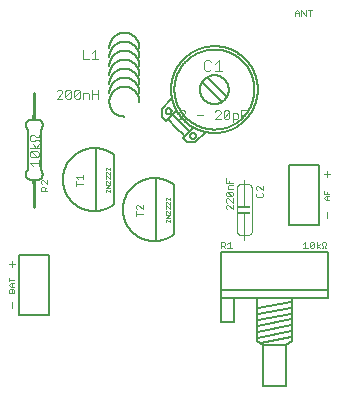
<source format=gto>
G75*
%MOIN*%
%OFA0B0*%
%FSLAX25Y25*%
%IPPOS*%
%LPD*%
%AMOC8*
5,1,8,0,0,1.08239X$1,22.5*
%
%ADD10C,0.00500*%
%ADD11C,0.00200*%
%ADD12C,0.00300*%
%ADD13C,0.00400*%
%ADD14C,0.00100*%
%ADD15R,0.04000X0.01000*%
%ADD16C,0.00800*%
%ADD17R,0.01250X0.01500*%
%ADD18C,0.00875*%
D10*
X0016000Y0026000D02*
X0026000Y0026000D01*
X0026000Y0046000D01*
X0016000Y0046000D01*
X0016000Y0026000D01*
X0041500Y0060512D02*
X0041500Y0081488D01*
X0047500Y0079248D02*
X0047500Y0062752D01*
X0047311Y0062606D01*
X0047118Y0062465D01*
X0046923Y0062328D01*
X0046724Y0062195D01*
X0046522Y0062067D01*
X0046317Y0061944D01*
X0046110Y0061825D01*
X0045900Y0061711D01*
X0045687Y0061602D01*
X0045472Y0061498D01*
X0041500Y0060512D02*
X0041244Y0060503D01*
X0040988Y0060500D01*
X0040732Y0060503D01*
X0040476Y0060513D01*
X0040221Y0060529D01*
X0039966Y0060551D01*
X0039711Y0060579D01*
X0039458Y0060614D01*
X0039205Y0060655D01*
X0038953Y0060701D01*
X0038703Y0060754D01*
X0038454Y0060813D01*
X0038206Y0060879D01*
X0037960Y0060950D01*
X0037716Y0061027D01*
X0037474Y0061110D01*
X0037234Y0061199D01*
X0036996Y0061293D01*
X0036761Y0061394D01*
X0036528Y0061500D01*
X0041500Y0060512D02*
X0041757Y0060527D01*
X0042014Y0060549D01*
X0042270Y0060577D01*
X0042525Y0060611D01*
X0042779Y0060652D01*
X0043032Y0060699D01*
X0043284Y0060752D01*
X0043535Y0060811D01*
X0043784Y0060876D01*
X0044031Y0060947D01*
X0044277Y0061024D01*
X0044521Y0061108D01*
X0044762Y0061197D01*
X0045001Y0061292D01*
X0045238Y0061393D01*
X0045472Y0061500D01*
X0041500Y0081488D02*
X0041244Y0081497D01*
X0040988Y0081500D01*
X0040732Y0081497D01*
X0040476Y0081487D01*
X0040221Y0081471D01*
X0039966Y0081449D01*
X0039711Y0081421D01*
X0039458Y0081386D01*
X0039205Y0081345D01*
X0038953Y0081299D01*
X0038703Y0081246D01*
X0038454Y0081187D01*
X0038206Y0081121D01*
X0037960Y0081050D01*
X0037716Y0080973D01*
X0037474Y0080890D01*
X0037234Y0080801D01*
X0036996Y0080707D01*
X0036761Y0080606D01*
X0036528Y0080500D01*
X0045378Y0080546D02*
X0045603Y0080439D01*
X0045826Y0080327D01*
X0046046Y0080210D01*
X0046263Y0080088D01*
X0046478Y0079960D01*
X0046689Y0079827D01*
X0046897Y0079690D01*
X0047101Y0079547D01*
X0047303Y0079400D01*
X0047500Y0079248D01*
X0036528Y0080500D02*
X0036298Y0080388D01*
X0036071Y0080271D01*
X0035847Y0080149D01*
X0035626Y0080021D01*
X0035409Y0079887D01*
X0035194Y0079749D01*
X0034983Y0079605D01*
X0034776Y0079456D01*
X0034572Y0079302D01*
X0034372Y0079144D01*
X0034176Y0078980D01*
X0033984Y0078812D01*
X0033796Y0078639D01*
X0033612Y0078461D01*
X0033433Y0078280D01*
X0033258Y0078093D01*
X0033088Y0077903D01*
X0032923Y0077709D01*
X0032762Y0077510D01*
X0032606Y0077308D01*
X0032455Y0077102D01*
X0032309Y0076892D01*
X0032169Y0076679D01*
X0032033Y0076463D01*
X0031903Y0076243D01*
X0031778Y0076020D01*
X0031659Y0075795D01*
X0031545Y0075566D01*
X0031437Y0075335D01*
X0031334Y0075101D01*
X0031237Y0074865D01*
X0031146Y0074626D01*
X0031061Y0074386D01*
X0030981Y0074143D01*
X0030908Y0073898D01*
X0030840Y0073652D01*
X0030779Y0073404D01*
X0030724Y0073155D01*
X0030674Y0072905D01*
X0030631Y0072653D01*
X0030594Y0072400D01*
X0030563Y0072147D01*
X0030538Y0071893D01*
X0030519Y0071638D01*
X0030507Y0071383D01*
X0030501Y0071128D01*
X0030501Y0070872D01*
X0030507Y0070617D01*
X0030519Y0070362D01*
X0030538Y0070107D01*
X0030563Y0069853D01*
X0030594Y0069600D01*
X0030631Y0069347D01*
X0030674Y0069095D01*
X0030724Y0068845D01*
X0030779Y0068596D01*
X0030840Y0068348D01*
X0030908Y0068102D01*
X0030981Y0067857D01*
X0031061Y0067614D01*
X0031146Y0067374D01*
X0031237Y0067135D01*
X0031334Y0066899D01*
X0031437Y0066665D01*
X0031545Y0066434D01*
X0031659Y0066205D01*
X0031778Y0065980D01*
X0031903Y0065757D01*
X0032033Y0065537D01*
X0032169Y0065321D01*
X0032309Y0065108D01*
X0032455Y0064898D01*
X0032606Y0064692D01*
X0032762Y0064490D01*
X0032923Y0064291D01*
X0033088Y0064097D01*
X0033258Y0063907D01*
X0033433Y0063720D01*
X0033612Y0063539D01*
X0033796Y0063361D01*
X0033984Y0063188D01*
X0034176Y0063020D01*
X0034372Y0062856D01*
X0034572Y0062698D01*
X0034776Y0062544D01*
X0034983Y0062395D01*
X0035194Y0062251D01*
X0035409Y0062113D01*
X0035626Y0061979D01*
X0035847Y0061851D01*
X0036071Y0061729D01*
X0036298Y0061612D01*
X0036528Y0061500D01*
X0041500Y0081488D02*
X0041757Y0081473D01*
X0042014Y0081451D01*
X0042270Y0081423D01*
X0042525Y0081389D01*
X0042779Y0081348D01*
X0043032Y0081301D01*
X0043284Y0081248D01*
X0043535Y0081189D01*
X0043784Y0081124D01*
X0044031Y0081053D01*
X0044277Y0080976D01*
X0044521Y0080892D01*
X0044762Y0080803D01*
X0045001Y0080708D01*
X0045238Y0080607D01*
X0045472Y0080500D01*
X0051000Y0092000D02*
X0050860Y0092002D01*
X0050720Y0092008D01*
X0050580Y0092018D01*
X0050440Y0092031D01*
X0050301Y0092049D01*
X0050162Y0092071D01*
X0050025Y0092096D01*
X0049887Y0092125D01*
X0049751Y0092158D01*
X0049616Y0092195D01*
X0049482Y0092236D01*
X0049349Y0092281D01*
X0049217Y0092329D01*
X0049087Y0092381D01*
X0048958Y0092436D01*
X0048831Y0092495D01*
X0048705Y0092558D01*
X0048581Y0092624D01*
X0048460Y0092693D01*
X0048340Y0092766D01*
X0048222Y0092843D01*
X0048107Y0092922D01*
X0047993Y0093005D01*
X0047883Y0093091D01*
X0047774Y0093180D01*
X0047668Y0093272D01*
X0047565Y0093367D01*
X0047464Y0093464D01*
X0047367Y0093565D01*
X0047272Y0093668D01*
X0047180Y0093774D01*
X0047091Y0093883D01*
X0047005Y0093993D01*
X0046922Y0094107D01*
X0046843Y0094222D01*
X0046766Y0094340D01*
X0046693Y0094460D01*
X0046624Y0094581D01*
X0046558Y0094705D01*
X0046495Y0094831D01*
X0046436Y0094958D01*
X0046381Y0095087D01*
X0046329Y0095217D01*
X0046281Y0095349D01*
X0046236Y0095482D01*
X0046195Y0095616D01*
X0046158Y0095751D01*
X0046125Y0095887D01*
X0046096Y0096025D01*
X0046071Y0096162D01*
X0046049Y0096301D01*
X0046031Y0096440D01*
X0046018Y0096580D01*
X0046008Y0096720D01*
X0046002Y0096860D01*
X0046000Y0097000D01*
X0046002Y0097140D01*
X0046008Y0097280D01*
X0046018Y0097420D01*
X0046031Y0097560D01*
X0046049Y0097699D01*
X0046071Y0097838D01*
X0046096Y0097975D01*
X0046125Y0098113D01*
X0046158Y0098249D01*
X0046195Y0098384D01*
X0046236Y0098518D01*
X0046281Y0098651D01*
X0046329Y0098783D01*
X0046381Y0098913D01*
X0046436Y0099042D01*
X0046495Y0099169D01*
X0046558Y0099295D01*
X0046624Y0099419D01*
X0046693Y0099540D01*
X0046766Y0099660D01*
X0046843Y0099778D01*
X0046922Y0099893D01*
X0047005Y0100007D01*
X0047091Y0100117D01*
X0047180Y0100226D01*
X0047272Y0100332D01*
X0047367Y0100435D01*
X0047464Y0100536D01*
X0047565Y0100633D01*
X0047668Y0100728D01*
X0047774Y0100820D01*
X0047883Y0100909D01*
X0047993Y0100995D01*
X0048107Y0101078D01*
X0048222Y0101157D01*
X0048340Y0101234D01*
X0048460Y0101307D01*
X0048581Y0101376D01*
X0048705Y0101442D01*
X0048831Y0101505D01*
X0048958Y0101564D01*
X0049087Y0101619D01*
X0049217Y0101671D01*
X0049349Y0101719D01*
X0049482Y0101764D01*
X0049616Y0101805D01*
X0049751Y0101842D01*
X0049887Y0101875D01*
X0050025Y0101904D01*
X0050162Y0101929D01*
X0050301Y0101951D01*
X0050440Y0101969D01*
X0050580Y0101982D01*
X0050720Y0101992D01*
X0050860Y0101998D01*
X0051000Y0102000D01*
X0046000Y0103000D02*
X0046002Y0103140D01*
X0046008Y0103280D01*
X0046018Y0103420D01*
X0046031Y0103560D01*
X0046049Y0103699D01*
X0046071Y0103838D01*
X0046096Y0103975D01*
X0046125Y0104113D01*
X0046158Y0104249D01*
X0046195Y0104384D01*
X0046236Y0104518D01*
X0046281Y0104651D01*
X0046329Y0104783D01*
X0046381Y0104913D01*
X0046436Y0105042D01*
X0046495Y0105169D01*
X0046558Y0105295D01*
X0046624Y0105419D01*
X0046693Y0105540D01*
X0046766Y0105660D01*
X0046843Y0105778D01*
X0046922Y0105893D01*
X0047005Y0106007D01*
X0047091Y0106117D01*
X0047180Y0106226D01*
X0047272Y0106332D01*
X0047367Y0106435D01*
X0047464Y0106536D01*
X0047565Y0106633D01*
X0047668Y0106728D01*
X0047774Y0106820D01*
X0047883Y0106909D01*
X0047993Y0106995D01*
X0048107Y0107078D01*
X0048222Y0107157D01*
X0048340Y0107234D01*
X0048460Y0107307D01*
X0048581Y0107376D01*
X0048705Y0107442D01*
X0048831Y0107505D01*
X0048958Y0107564D01*
X0049087Y0107619D01*
X0049217Y0107671D01*
X0049349Y0107719D01*
X0049482Y0107764D01*
X0049616Y0107805D01*
X0049751Y0107842D01*
X0049887Y0107875D01*
X0050025Y0107904D01*
X0050162Y0107929D01*
X0050301Y0107951D01*
X0050440Y0107969D01*
X0050580Y0107982D01*
X0050720Y0107992D01*
X0050860Y0107998D01*
X0051000Y0108000D01*
X0046000Y0109000D02*
X0046002Y0109140D01*
X0046008Y0109280D01*
X0046018Y0109420D01*
X0046031Y0109560D01*
X0046049Y0109699D01*
X0046071Y0109838D01*
X0046096Y0109975D01*
X0046125Y0110113D01*
X0046158Y0110249D01*
X0046195Y0110384D01*
X0046236Y0110518D01*
X0046281Y0110651D01*
X0046329Y0110783D01*
X0046381Y0110913D01*
X0046436Y0111042D01*
X0046495Y0111169D01*
X0046558Y0111295D01*
X0046624Y0111419D01*
X0046693Y0111540D01*
X0046766Y0111660D01*
X0046843Y0111778D01*
X0046922Y0111893D01*
X0047005Y0112007D01*
X0047091Y0112117D01*
X0047180Y0112226D01*
X0047272Y0112332D01*
X0047367Y0112435D01*
X0047464Y0112536D01*
X0047565Y0112633D01*
X0047668Y0112728D01*
X0047774Y0112820D01*
X0047883Y0112909D01*
X0047993Y0112995D01*
X0048107Y0113078D01*
X0048222Y0113157D01*
X0048340Y0113234D01*
X0048460Y0113307D01*
X0048581Y0113376D01*
X0048705Y0113442D01*
X0048831Y0113505D01*
X0048958Y0113564D01*
X0049087Y0113619D01*
X0049217Y0113671D01*
X0049349Y0113719D01*
X0049482Y0113764D01*
X0049616Y0113805D01*
X0049751Y0113842D01*
X0049887Y0113875D01*
X0050025Y0113904D01*
X0050162Y0113929D01*
X0050301Y0113951D01*
X0050440Y0113969D01*
X0050580Y0113982D01*
X0050720Y0113992D01*
X0050860Y0113998D01*
X0051000Y0114000D01*
X0046000Y0115000D02*
X0046002Y0115140D01*
X0046008Y0115280D01*
X0046018Y0115420D01*
X0046031Y0115560D01*
X0046049Y0115699D01*
X0046071Y0115838D01*
X0046096Y0115975D01*
X0046125Y0116113D01*
X0046158Y0116249D01*
X0046195Y0116384D01*
X0046236Y0116518D01*
X0046281Y0116651D01*
X0046329Y0116783D01*
X0046381Y0116913D01*
X0046436Y0117042D01*
X0046495Y0117169D01*
X0046558Y0117295D01*
X0046624Y0117419D01*
X0046693Y0117540D01*
X0046766Y0117660D01*
X0046843Y0117778D01*
X0046922Y0117893D01*
X0047005Y0118007D01*
X0047091Y0118117D01*
X0047180Y0118226D01*
X0047272Y0118332D01*
X0047367Y0118435D01*
X0047464Y0118536D01*
X0047565Y0118633D01*
X0047668Y0118728D01*
X0047774Y0118820D01*
X0047883Y0118909D01*
X0047993Y0118995D01*
X0048107Y0119078D01*
X0048222Y0119157D01*
X0048340Y0119234D01*
X0048460Y0119307D01*
X0048581Y0119376D01*
X0048705Y0119442D01*
X0048831Y0119505D01*
X0048958Y0119564D01*
X0049087Y0119619D01*
X0049217Y0119671D01*
X0049349Y0119719D01*
X0049482Y0119764D01*
X0049616Y0119805D01*
X0049751Y0119842D01*
X0049887Y0119875D01*
X0050025Y0119904D01*
X0050162Y0119929D01*
X0050301Y0119951D01*
X0050440Y0119969D01*
X0050580Y0119982D01*
X0050720Y0119992D01*
X0050860Y0119998D01*
X0051000Y0120000D01*
X0051140Y0119998D01*
X0051280Y0119992D01*
X0051420Y0119982D01*
X0051560Y0119969D01*
X0051699Y0119951D01*
X0051838Y0119929D01*
X0051975Y0119904D01*
X0052113Y0119875D01*
X0052249Y0119842D01*
X0052384Y0119805D01*
X0052518Y0119764D01*
X0052651Y0119719D01*
X0052783Y0119671D01*
X0052913Y0119619D01*
X0053042Y0119564D01*
X0053169Y0119505D01*
X0053295Y0119442D01*
X0053419Y0119376D01*
X0053540Y0119307D01*
X0053660Y0119234D01*
X0053778Y0119157D01*
X0053893Y0119078D01*
X0054007Y0118995D01*
X0054117Y0118909D01*
X0054226Y0118820D01*
X0054332Y0118728D01*
X0054435Y0118633D01*
X0054536Y0118536D01*
X0054633Y0118435D01*
X0054728Y0118332D01*
X0054820Y0118226D01*
X0054909Y0118117D01*
X0054995Y0118007D01*
X0055078Y0117893D01*
X0055157Y0117778D01*
X0055234Y0117660D01*
X0055307Y0117540D01*
X0055376Y0117419D01*
X0055442Y0117295D01*
X0055505Y0117169D01*
X0055564Y0117042D01*
X0055619Y0116913D01*
X0055671Y0116783D01*
X0055719Y0116651D01*
X0055764Y0116518D01*
X0055805Y0116384D01*
X0055842Y0116249D01*
X0055875Y0116113D01*
X0055904Y0115975D01*
X0055929Y0115838D01*
X0055951Y0115699D01*
X0055969Y0115560D01*
X0055982Y0115420D01*
X0055992Y0115280D01*
X0055998Y0115140D01*
X0056000Y0115000D01*
X0051000Y0117000D02*
X0050860Y0116998D01*
X0050720Y0116992D01*
X0050580Y0116982D01*
X0050440Y0116969D01*
X0050301Y0116951D01*
X0050162Y0116929D01*
X0050025Y0116904D01*
X0049887Y0116875D01*
X0049751Y0116842D01*
X0049616Y0116805D01*
X0049482Y0116764D01*
X0049349Y0116719D01*
X0049217Y0116671D01*
X0049087Y0116619D01*
X0048958Y0116564D01*
X0048831Y0116505D01*
X0048705Y0116442D01*
X0048581Y0116376D01*
X0048460Y0116307D01*
X0048340Y0116234D01*
X0048222Y0116157D01*
X0048107Y0116078D01*
X0047993Y0115995D01*
X0047883Y0115909D01*
X0047774Y0115820D01*
X0047668Y0115728D01*
X0047565Y0115633D01*
X0047464Y0115536D01*
X0047367Y0115435D01*
X0047272Y0115332D01*
X0047180Y0115226D01*
X0047091Y0115117D01*
X0047005Y0115007D01*
X0046922Y0114893D01*
X0046843Y0114778D01*
X0046766Y0114660D01*
X0046693Y0114540D01*
X0046624Y0114419D01*
X0046558Y0114295D01*
X0046495Y0114169D01*
X0046436Y0114042D01*
X0046381Y0113913D01*
X0046329Y0113783D01*
X0046281Y0113651D01*
X0046236Y0113518D01*
X0046195Y0113384D01*
X0046158Y0113249D01*
X0046125Y0113113D01*
X0046096Y0112975D01*
X0046071Y0112838D01*
X0046049Y0112699D01*
X0046031Y0112560D01*
X0046018Y0112420D01*
X0046008Y0112280D01*
X0046002Y0112140D01*
X0046000Y0112000D01*
X0051000Y0117000D02*
X0051140Y0116998D01*
X0051280Y0116992D01*
X0051420Y0116982D01*
X0051560Y0116969D01*
X0051699Y0116951D01*
X0051838Y0116929D01*
X0051975Y0116904D01*
X0052113Y0116875D01*
X0052249Y0116842D01*
X0052384Y0116805D01*
X0052518Y0116764D01*
X0052651Y0116719D01*
X0052783Y0116671D01*
X0052913Y0116619D01*
X0053042Y0116564D01*
X0053169Y0116505D01*
X0053295Y0116442D01*
X0053419Y0116376D01*
X0053540Y0116307D01*
X0053660Y0116234D01*
X0053778Y0116157D01*
X0053893Y0116078D01*
X0054007Y0115995D01*
X0054117Y0115909D01*
X0054226Y0115820D01*
X0054332Y0115728D01*
X0054435Y0115633D01*
X0054536Y0115536D01*
X0054633Y0115435D01*
X0054728Y0115332D01*
X0054820Y0115226D01*
X0054909Y0115117D01*
X0054995Y0115007D01*
X0055078Y0114893D01*
X0055157Y0114778D01*
X0055234Y0114660D01*
X0055307Y0114540D01*
X0055376Y0114419D01*
X0055442Y0114295D01*
X0055505Y0114169D01*
X0055564Y0114042D01*
X0055619Y0113913D01*
X0055671Y0113783D01*
X0055719Y0113651D01*
X0055764Y0113518D01*
X0055805Y0113384D01*
X0055842Y0113249D01*
X0055875Y0113113D01*
X0055904Y0112975D01*
X0055929Y0112838D01*
X0055951Y0112699D01*
X0055969Y0112560D01*
X0055982Y0112420D01*
X0055992Y0112280D01*
X0055998Y0112140D01*
X0056000Y0112000D01*
X0056000Y0109000D02*
X0055998Y0109140D01*
X0055992Y0109280D01*
X0055982Y0109420D01*
X0055969Y0109560D01*
X0055951Y0109699D01*
X0055929Y0109838D01*
X0055904Y0109975D01*
X0055875Y0110113D01*
X0055842Y0110249D01*
X0055805Y0110384D01*
X0055764Y0110518D01*
X0055719Y0110651D01*
X0055671Y0110783D01*
X0055619Y0110913D01*
X0055564Y0111042D01*
X0055505Y0111169D01*
X0055442Y0111295D01*
X0055376Y0111419D01*
X0055307Y0111540D01*
X0055234Y0111660D01*
X0055157Y0111778D01*
X0055078Y0111893D01*
X0054995Y0112007D01*
X0054909Y0112117D01*
X0054820Y0112226D01*
X0054728Y0112332D01*
X0054633Y0112435D01*
X0054536Y0112536D01*
X0054435Y0112633D01*
X0054332Y0112728D01*
X0054226Y0112820D01*
X0054117Y0112909D01*
X0054007Y0112995D01*
X0053893Y0113078D01*
X0053778Y0113157D01*
X0053660Y0113234D01*
X0053540Y0113307D01*
X0053419Y0113376D01*
X0053295Y0113442D01*
X0053169Y0113505D01*
X0053042Y0113564D01*
X0052913Y0113619D01*
X0052783Y0113671D01*
X0052651Y0113719D01*
X0052518Y0113764D01*
X0052384Y0113805D01*
X0052249Y0113842D01*
X0052113Y0113875D01*
X0051975Y0113904D01*
X0051838Y0113929D01*
X0051699Y0113951D01*
X0051560Y0113969D01*
X0051420Y0113982D01*
X0051280Y0113992D01*
X0051140Y0113998D01*
X0051000Y0114000D01*
X0051000Y0111000D02*
X0050860Y0110998D01*
X0050720Y0110992D01*
X0050580Y0110982D01*
X0050440Y0110969D01*
X0050301Y0110951D01*
X0050162Y0110929D01*
X0050025Y0110904D01*
X0049887Y0110875D01*
X0049751Y0110842D01*
X0049616Y0110805D01*
X0049482Y0110764D01*
X0049349Y0110719D01*
X0049217Y0110671D01*
X0049087Y0110619D01*
X0048958Y0110564D01*
X0048831Y0110505D01*
X0048705Y0110442D01*
X0048581Y0110376D01*
X0048460Y0110307D01*
X0048340Y0110234D01*
X0048222Y0110157D01*
X0048107Y0110078D01*
X0047993Y0109995D01*
X0047883Y0109909D01*
X0047774Y0109820D01*
X0047668Y0109728D01*
X0047565Y0109633D01*
X0047464Y0109536D01*
X0047367Y0109435D01*
X0047272Y0109332D01*
X0047180Y0109226D01*
X0047091Y0109117D01*
X0047005Y0109007D01*
X0046922Y0108893D01*
X0046843Y0108778D01*
X0046766Y0108660D01*
X0046693Y0108540D01*
X0046624Y0108419D01*
X0046558Y0108295D01*
X0046495Y0108169D01*
X0046436Y0108042D01*
X0046381Y0107913D01*
X0046329Y0107783D01*
X0046281Y0107651D01*
X0046236Y0107518D01*
X0046195Y0107384D01*
X0046158Y0107249D01*
X0046125Y0107113D01*
X0046096Y0106975D01*
X0046071Y0106838D01*
X0046049Y0106699D01*
X0046031Y0106560D01*
X0046018Y0106420D01*
X0046008Y0106280D01*
X0046002Y0106140D01*
X0046000Y0106000D01*
X0051000Y0111000D02*
X0051140Y0110998D01*
X0051280Y0110992D01*
X0051420Y0110982D01*
X0051560Y0110969D01*
X0051699Y0110951D01*
X0051838Y0110929D01*
X0051975Y0110904D01*
X0052113Y0110875D01*
X0052249Y0110842D01*
X0052384Y0110805D01*
X0052518Y0110764D01*
X0052651Y0110719D01*
X0052783Y0110671D01*
X0052913Y0110619D01*
X0053042Y0110564D01*
X0053169Y0110505D01*
X0053295Y0110442D01*
X0053419Y0110376D01*
X0053540Y0110307D01*
X0053660Y0110234D01*
X0053778Y0110157D01*
X0053893Y0110078D01*
X0054007Y0109995D01*
X0054117Y0109909D01*
X0054226Y0109820D01*
X0054332Y0109728D01*
X0054435Y0109633D01*
X0054536Y0109536D01*
X0054633Y0109435D01*
X0054728Y0109332D01*
X0054820Y0109226D01*
X0054909Y0109117D01*
X0054995Y0109007D01*
X0055078Y0108893D01*
X0055157Y0108778D01*
X0055234Y0108660D01*
X0055307Y0108540D01*
X0055376Y0108419D01*
X0055442Y0108295D01*
X0055505Y0108169D01*
X0055564Y0108042D01*
X0055619Y0107913D01*
X0055671Y0107783D01*
X0055719Y0107651D01*
X0055764Y0107518D01*
X0055805Y0107384D01*
X0055842Y0107249D01*
X0055875Y0107113D01*
X0055904Y0106975D01*
X0055929Y0106838D01*
X0055951Y0106699D01*
X0055969Y0106560D01*
X0055982Y0106420D01*
X0055992Y0106280D01*
X0055998Y0106140D01*
X0056000Y0106000D01*
X0056000Y0103000D02*
X0055998Y0103140D01*
X0055992Y0103280D01*
X0055982Y0103420D01*
X0055969Y0103560D01*
X0055951Y0103699D01*
X0055929Y0103838D01*
X0055904Y0103975D01*
X0055875Y0104113D01*
X0055842Y0104249D01*
X0055805Y0104384D01*
X0055764Y0104518D01*
X0055719Y0104651D01*
X0055671Y0104783D01*
X0055619Y0104913D01*
X0055564Y0105042D01*
X0055505Y0105169D01*
X0055442Y0105295D01*
X0055376Y0105419D01*
X0055307Y0105540D01*
X0055234Y0105660D01*
X0055157Y0105778D01*
X0055078Y0105893D01*
X0054995Y0106007D01*
X0054909Y0106117D01*
X0054820Y0106226D01*
X0054728Y0106332D01*
X0054633Y0106435D01*
X0054536Y0106536D01*
X0054435Y0106633D01*
X0054332Y0106728D01*
X0054226Y0106820D01*
X0054117Y0106909D01*
X0054007Y0106995D01*
X0053893Y0107078D01*
X0053778Y0107157D01*
X0053660Y0107234D01*
X0053540Y0107307D01*
X0053419Y0107376D01*
X0053295Y0107442D01*
X0053169Y0107505D01*
X0053042Y0107564D01*
X0052913Y0107619D01*
X0052783Y0107671D01*
X0052651Y0107719D01*
X0052518Y0107764D01*
X0052384Y0107805D01*
X0052249Y0107842D01*
X0052113Y0107875D01*
X0051975Y0107904D01*
X0051838Y0107929D01*
X0051699Y0107951D01*
X0051560Y0107969D01*
X0051420Y0107982D01*
X0051280Y0107992D01*
X0051140Y0107998D01*
X0051000Y0108000D01*
X0051000Y0105000D02*
X0050860Y0104998D01*
X0050720Y0104992D01*
X0050580Y0104982D01*
X0050440Y0104969D01*
X0050301Y0104951D01*
X0050162Y0104929D01*
X0050025Y0104904D01*
X0049887Y0104875D01*
X0049751Y0104842D01*
X0049616Y0104805D01*
X0049482Y0104764D01*
X0049349Y0104719D01*
X0049217Y0104671D01*
X0049087Y0104619D01*
X0048958Y0104564D01*
X0048831Y0104505D01*
X0048705Y0104442D01*
X0048581Y0104376D01*
X0048460Y0104307D01*
X0048340Y0104234D01*
X0048222Y0104157D01*
X0048107Y0104078D01*
X0047993Y0103995D01*
X0047883Y0103909D01*
X0047774Y0103820D01*
X0047668Y0103728D01*
X0047565Y0103633D01*
X0047464Y0103536D01*
X0047367Y0103435D01*
X0047272Y0103332D01*
X0047180Y0103226D01*
X0047091Y0103117D01*
X0047005Y0103007D01*
X0046922Y0102893D01*
X0046843Y0102778D01*
X0046766Y0102660D01*
X0046693Y0102540D01*
X0046624Y0102419D01*
X0046558Y0102295D01*
X0046495Y0102169D01*
X0046436Y0102042D01*
X0046381Y0101913D01*
X0046329Y0101783D01*
X0046281Y0101651D01*
X0046236Y0101518D01*
X0046195Y0101384D01*
X0046158Y0101249D01*
X0046125Y0101113D01*
X0046096Y0100975D01*
X0046071Y0100838D01*
X0046049Y0100699D01*
X0046031Y0100560D01*
X0046018Y0100420D01*
X0046008Y0100280D01*
X0046002Y0100140D01*
X0046000Y0100000D01*
X0051000Y0105000D02*
X0051140Y0104998D01*
X0051280Y0104992D01*
X0051420Y0104982D01*
X0051560Y0104969D01*
X0051699Y0104951D01*
X0051838Y0104929D01*
X0051975Y0104904D01*
X0052113Y0104875D01*
X0052249Y0104842D01*
X0052384Y0104805D01*
X0052518Y0104764D01*
X0052651Y0104719D01*
X0052783Y0104671D01*
X0052913Y0104619D01*
X0053042Y0104564D01*
X0053169Y0104505D01*
X0053295Y0104442D01*
X0053419Y0104376D01*
X0053540Y0104307D01*
X0053660Y0104234D01*
X0053778Y0104157D01*
X0053893Y0104078D01*
X0054007Y0103995D01*
X0054117Y0103909D01*
X0054226Y0103820D01*
X0054332Y0103728D01*
X0054435Y0103633D01*
X0054536Y0103536D01*
X0054633Y0103435D01*
X0054728Y0103332D01*
X0054820Y0103226D01*
X0054909Y0103117D01*
X0054995Y0103007D01*
X0055078Y0102893D01*
X0055157Y0102778D01*
X0055234Y0102660D01*
X0055307Y0102540D01*
X0055376Y0102419D01*
X0055442Y0102295D01*
X0055505Y0102169D01*
X0055564Y0102042D01*
X0055619Y0101913D01*
X0055671Y0101783D01*
X0055719Y0101651D01*
X0055764Y0101518D01*
X0055805Y0101384D01*
X0055842Y0101249D01*
X0055875Y0101113D01*
X0055904Y0100975D01*
X0055929Y0100838D01*
X0055951Y0100699D01*
X0055969Y0100560D01*
X0055982Y0100420D01*
X0055992Y0100280D01*
X0055998Y0100140D01*
X0056000Y0100000D01*
X0056000Y0097000D02*
X0055998Y0097140D01*
X0055992Y0097280D01*
X0055982Y0097420D01*
X0055969Y0097560D01*
X0055951Y0097699D01*
X0055929Y0097838D01*
X0055904Y0097975D01*
X0055875Y0098113D01*
X0055842Y0098249D01*
X0055805Y0098384D01*
X0055764Y0098518D01*
X0055719Y0098651D01*
X0055671Y0098783D01*
X0055619Y0098913D01*
X0055564Y0099042D01*
X0055505Y0099169D01*
X0055442Y0099295D01*
X0055376Y0099419D01*
X0055307Y0099540D01*
X0055234Y0099660D01*
X0055157Y0099778D01*
X0055078Y0099893D01*
X0054995Y0100007D01*
X0054909Y0100117D01*
X0054820Y0100226D01*
X0054728Y0100332D01*
X0054633Y0100435D01*
X0054536Y0100536D01*
X0054435Y0100633D01*
X0054332Y0100728D01*
X0054226Y0100820D01*
X0054117Y0100909D01*
X0054007Y0100995D01*
X0053893Y0101078D01*
X0053778Y0101157D01*
X0053660Y0101234D01*
X0053540Y0101307D01*
X0053419Y0101376D01*
X0053295Y0101442D01*
X0053169Y0101505D01*
X0053042Y0101564D01*
X0052913Y0101619D01*
X0052783Y0101671D01*
X0052651Y0101719D01*
X0052518Y0101764D01*
X0052384Y0101805D01*
X0052249Y0101842D01*
X0052113Y0101875D01*
X0051975Y0101904D01*
X0051838Y0101929D01*
X0051699Y0101951D01*
X0051560Y0101969D01*
X0051420Y0101982D01*
X0051280Y0101992D01*
X0051140Y0101998D01*
X0051000Y0102000D01*
X0063431Y0094648D02*
X0063538Y0093178D01*
X0063645Y0091707D01*
X0064928Y0090423D01*
X0068275Y0093770D01*
X0067132Y0092557D02*
X0072539Y0087150D01*
X0073784Y0088261D02*
X0070437Y0084914D01*
X0071721Y0083630D01*
X0073197Y0083518D01*
X0074674Y0083405D01*
X0078042Y0086773D01*
X0072918Y0085640D02*
X0072920Y0085703D01*
X0072926Y0085765D01*
X0072936Y0085827D01*
X0072949Y0085889D01*
X0072967Y0085949D01*
X0072988Y0086008D01*
X0073013Y0086066D01*
X0073042Y0086122D01*
X0073074Y0086176D01*
X0073109Y0086228D01*
X0073147Y0086277D01*
X0073189Y0086325D01*
X0073233Y0086369D01*
X0073281Y0086411D01*
X0073330Y0086449D01*
X0073382Y0086484D01*
X0073436Y0086516D01*
X0073492Y0086545D01*
X0073550Y0086570D01*
X0073609Y0086591D01*
X0073669Y0086609D01*
X0073731Y0086622D01*
X0073793Y0086632D01*
X0073855Y0086638D01*
X0073918Y0086640D01*
X0073981Y0086638D01*
X0074043Y0086632D01*
X0074105Y0086622D01*
X0074167Y0086609D01*
X0074227Y0086591D01*
X0074286Y0086570D01*
X0074344Y0086545D01*
X0074400Y0086516D01*
X0074454Y0086484D01*
X0074506Y0086449D01*
X0074555Y0086411D01*
X0074603Y0086369D01*
X0074647Y0086325D01*
X0074689Y0086277D01*
X0074727Y0086228D01*
X0074762Y0086176D01*
X0074794Y0086122D01*
X0074823Y0086066D01*
X0074848Y0086008D01*
X0074869Y0085949D01*
X0074887Y0085889D01*
X0074900Y0085827D01*
X0074910Y0085765D01*
X0074916Y0085703D01*
X0074918Y0085640D01*
X0074916Y0085577D01*
X0074910Y0085515D01*
X0074900Y0085453D01*
X0074887Y0085391D01*
X0074869Y0085331D01*
X0074848Y0085272D01*
X0074823Y0085214D01*
X0074794Y0085158D01*
X0074762Y0085104D01*
X0074727Y0085052D01*
X0074689Y0085003D01*
X0074647Y0084955D01*
X0074603Y0084911D01*
X0074555Y0084869D01*
X0074506Y0084831D01*
X0074454Y0084796D01*
X0074400Y0084764D01*
X0074344Y0084735D01*
X0074286Y0084710D01*
X0074227Y0084689D01*
X0074167Y0084671D01*
X0074105Y0084658D01*
X0074043Y0084648D01*
X0073981Y0084642D01*
X0073918Y0084640D01*
X0073855Y0084642D01*
X0073793Y0084648D01*
X0073731Y0084658D01*
X0073669Y0084671D01*
X0073609Y0084689D01*
X0073550Y0084710D01*
X0073492Y0084735D01*
X0073436Y0084764D01*
X0073382Y0084796D01*
X0073330Y0084831D01*
X0073281Y0084869D01*
X0073233Y0084911D01*
X0073189Y0084955D01*
X0073147Y0085003D01*
X0073109Y0085052D01*
X0073074Y0085104D01*
X0073042Y0085158D01*
X0073013Y0085214D01*
X0072988Y0085272D01*
X0072967Y0085331D01*
X0072949Y0085391D01*
X0072936Y0085453D01*
X0072926Y0085515D01*
X0072920Y0085577D01*
X0072918Y0085640D01*
X0070823Y0085747D02*
X0068292Y0088278D01*
X0068292Y0088279D02*
X0065511Y0091060D01*
X0064720Y0093893D02*
X0064722Y0093956D01*
X0064728Y0094018D01*
X0064738Y0094080D01*
X0064751Y0094142D01*
X0064769Y0094202D01*
X0064790Y0094261D01*
X0064815Y0094319D01*
X0064844Y0094375D01*
X0064876Y0094429D01*
X0064911Y0094481D01*
X0064949Y0094530D01*
X0064991Y0094578D01*
X0065035Y0094622D01*
X0065083Y0094664D01*
X0065132Y0094702D01*
X0065184Y0094737D01*
X0065238Y0094769D01*
X0065294Y0094798D01*
X0065352Y0094823D01*
X0065411Y0094844D01*
X0065471Y0094862D01*
X0065533Y0094875D01*
X0065595Y0094885D01*
X0065657Y0094891D01*
X0065720Y0094893D01*
X0065783Y0094891D01*
X0065845Y0094885D01*
X0065907Y0094875D01*
X0065969Y0094862D01*
X0066029Y0094844D01*
X0066088Y0094823D01*
X0066146Y0094798D01*
X0066202Y0094769D01*
X0066256Y0094737D01*
X0066308Y0094702D01*
X0066357Y0094664D01*
X0066405Y0094622D01*
X0066449Y0094578D01*
X0066491Y0094530D01*
X0066529Y0094481D01*
X0066564Y0094429D01*
X0066596Y0094375D01*
X0066625Y0094319D01*
X0066650Y0094261D01*
X0066671Y0094202D01*
X0066689Y0094142D01*
X0066702Y0094080D01*
X0066712Y0094018D01*
X0066718Y0093956D01*
X0066720Y0093893D01*
X0066718Y0093830D01*
X0066712Y0093768D01*
X0066702Y0093706D01*
X0066689Y0093644D01*
X0066671Y0093584D01*
X0066650Y0093525D01*
X0066625Y0093467D01*
X0066596Y0093411D01*
X0066564Y0093357D01*
X0066529Y0093305D01*
X0066491Y0093256D01*
X0066449Y0093208D01*
X0066405Y0093164D01*
X0066357Y0093122D01*
X0066308Y0093084D01*
X0066256Y0093049D01*
X0066202Y0093017D01*
X0066146Y0092988D01*
X0066088Y0092963D01*
X0066029Y0092942D01*
X0065969Y0092924D01*
X0065907Y0092911D01*
X0065845Y0092901D01*
X0065783Y0092895D01*
X0065720Y0092893D01*
X0065657Y0092895D01*
X0065595Y0092901D01*
X0065533Y0092911D01*
X0065471Y0092924D01*
X0065411Y0092942D01*
X0065352Y0092963D01*
X0065294Y0092988D01*
X0065238Y0093017D01*
X0065184Y0093049D01*
X0065132Y0093084D01*
X0065083Y0093122D01*
X0065035Y0093164D01*
X0064991Y0093208D01*
X0064949Y0093256D01*
X0064911Y0093305D01*
X0064876Y0093357D01*
X0064844Y0093411D01*
X0064815Y0093467D01*
X0064790Y0093525D01*
X0064769Y0093584D01*
X0064751Y0093644D01*
X0064738Y0093706D01*
X0064728Y0093768D01*
X0064722Y0093830D01*
X0064720Y0093893D01*
X0063431Y0094648D02*
X0066640Y0097857D01*
X0076988Y0103499D02*
X0083497Y0096991D01*
X0085101Y0098595D02*
X0078593Y0105104D01*
X0067665Y0101000D02*
X0067669Y0101327D01*
X0067681Y0101654D01*
X0067701Y0101981D01*
X0067729Y0102307D01*
X0067765Y0102632D01*
X0067809Y0102957D01*
X0067861Y0103280D01*
X0067921Y0103602D01*
X0067989Y0103922D01*
X0068065Y0104240D01*
X0068148Y0104557D01*
X0068239Y0104871D01*
X0068338Y0105183D01*
X0068445Y0105492D01*
X0068559Y0105799D01*
X0068680Y0106103D01*
X0068809Y0106404D01*
X0068945Y0106701D01*
X0069089Y0106996D01*
X0069240Y0107286D01*
X0069397Y0107573D01*
X0069562Y0107856D01*
X0069734Y0108134D01*
X0069912Y0108409D01*
X0070098Y0108678D01*
X0070289Y0108944D01*
X0070487Y0109204D01*
X0070692Y0109460D01*
X0070903Y0109710D01*
X0071119Y0109955D01*
X0071342Y0110195D01*
X0071571Y0110429D01*
X0071805Y0110658D01*
X0072045Y0110881D01*
X0072290Y0111097D01*
X0072540Y0111308D01*
X0072796Y0111513D01*
X0073056Y0111711D01*
X0073322Y0111902D01*
X0073591Y0112088D01*
X0073866Y0112266D01*
X0074144Y0112438D01*
X0074427Y0112603D01*
X0074714Y0112760D01*
X0075004Y0112911D01*
X0075299Y0113055D01*
X0075596Y0113191D01*
X0075897Y0113320D01*
X0076201Y0113441D01*
X0076508Y0113555D01*
X0076817Y0113662D01*
X0077129Y0113761D01*
X0077443Y0113852D01*
X0077760Y0113935D01*
X0078078Y0114011D01*
X0078398Y0114079D01*
X0078720Y0114139D01*
X0079043Y0114191D01*
X0079368Y0114235D01*
X0079693Y0114271D01*
X0080019Y0114299D01*
X0080346Y0114319D01*
X0080673Y0114331D01*
X0081000Y0114335D01*
X0081327Y0114331D01*
X0081654Y0114319D01*
X0081981Y0114299D01*
X0082307Y0114271D01*
X0082632Y0114235D01*
X0082957Y0114191D01*
X0083280Y0114139D01*
X0083602Y0114079D01*
X0083922Y0114011D01*
X0084240Y0113935D01*
X0084557Y0113852D01*
X0084871Y0113761D01*
X0085183Y0113662D01*
X0085492Y0113555D01*
X0085799Y0113441D01*
X0086103Y0113320D01*
X0086404Y0113191D01*
X0086701Y0113055D01*
X0086996Y0112911D01*
X0087286Y0112760D01*
X0087573Y0112603D01*
X0087856Y0112438D01*
X0088134Y0112266D01*
X0088409Y0112088D01*
X0088678Y0111902D01*
X0088944Y0111711D01*
X0089204Y0111513D01*
X0089460Y0111308D01*
X0089710Y0111097D01*
X0089955Y0110881D01*
X0090195Y0110658D01*
X0090429Y0110429D01*
X0090658Y0110195D01*
X0090881Y0109955D01*
X0091097Y0109710D01*
X0091308Y0109460D01*
X0091513Y0109204D01*
X0091711Y0108944D01*
X0091902Y0108678D01*
X0092088Y0108409D01*
X0092266Y0108134D01*
X0092438Y0107856D01*
X0092603Y0107573D01*
X0092760Y0107286D01*
X0092911Y0106996D01*
X0093055Y0106701D01*
X0093191Y0106404D01*
X0093320Y0106103D01*
X0093441Y0105799D01*
X0093555Y0105492D01*
X0093662Y0105183D01*
X0093761Y0104871D01*
X0093852Y0104557D01*
X0093935Y0104240D01*
X0094011Y0103922D01*
X0094079Y0103602D01*
X0094139Y0103280D01*
X0094191Y0102957D01*
X0094235Y0102632D01*
X0094271Y0102307D01*
X0094299Y0101981D01*
X0094319Y0101654D01*
X0094331Y0101327D01*
X0094335Y0101000D01*
X0094331Y0100673D01*
X0094319Y0100346D01*
X0094299Y0100019D01*
X0094271Y0099693D01*
X0094235Y0099368D01*
X0094191Y0099043D01*
X0094139Y0098720D01*
X0094079Y0098398D01*
X0094011Y0098078D01*
X0093935Y0097760D01*
X0093852Y0097443D01*
X0093761Y0097129D01*
X0093662Y0096817D01*
X0093555Y0096508D01*
X0093441Y0096201D01*
X0093320Y0095897D01*
X0093191Y0095596D01*
X0093055Y0095299D01*
X0092911Y0095004D01*
X0092760Y0094714D01*
X0092603Y0094427D01*
X0092438Y0094144D01*
X0092266Y0093866D01*
X0092088Y0093591D01*
X0091902Y0093322D01*
X0091711Y0093056D01*
X0091513Y0092796D01*
X0091308Y0092540D01*
X0091097Y0092290D01*
X0090881Y0092045D01*
X0090658Y0091805D01*
X0090429Y0091571D01*
X0090195Y0091342D01*
X0089955Y0091119D01*
X0089710Y0090903D01*
X0089460Y0090692D01*
X0089204Y0090487D01*
X0088944Y0090289D01*
X0088678Y0090098D01*
X0088409Y0089912D01*
X0088134Y0089734D01*
X0087856Y0089562D01*
X0087573Y0089397D01*
X0087286Y0089240D01*
X0086996Y0089089D01*
X0086701Y0088945D01*
X0086404Y0088809D01*
X0086103Y0088680D01*
X0085799Y0088559D01*
X0085492Y0088445D01*
X0085183Y0088338D01*
X0084871Y0088239D01*
X0084557Y0088148D01*
X0084240Y0088065D01*
X0083922Y0087989D01*
X0083602Y0087921D01*
X0083280Y0087861D01*
X0082957Y0087809D01*
X0082632Y0087765D01*
X0082307Y0087729D01*
X0081981Y0087701D01*
X0081654Y0087681D01*
X0081327Y0087669D01*
X0081000Y0087665D01*
X0080673Y0087669D01*
X0080346Y0087681D01*
X0080019Y0087701D01*
X0079693Y0087729D01*
X0079368Y0087765D01*
X0079043Y0087809D01*
X0078720Y0087861D01*
X0078398Y0087921D01*
X0078078Y0087989D01*
X0077760Y0088065D01*
X0077443Y0088148D01*
X0077129Y0088239D01*
X0076817Y0088338D01*
X0076508Y0088445D01*
X0076201Y0088559D01*
X0075897Y0088680D01*
X0075596Y0088809D01*
X0075299Y0088945D01*
X0075004Y0089089D01*
X0074714Y0089240D01*
X0074427Y0089397D01*
X0074144Y0089562D01*
X0073866Y0089734D01*
X0073591Y0089912D01*
X0073322Y0090098D01*
X0073056Y0090289D01*
X0072796Y0090487D01*
X0072540Y0090692D01*
X0072290Y0090903D01*
X0072045Y0091119D01*
X0071805Y0091342D01*
X0071571Y0091571D01*
X0071342Y0091805D01*
X0071119Y0092045D01*
X0070903Y0092290D01*
X0070692Y0092540D01*
X0070487Y0092796D01*
X0070289Y0093056D01*
X0070098Y0093322D01*
X0069912Y0093591D01*
X0069734Y0093866D01*
X0069562Y0094144D01*
X0069397Y0094427D01*
X0069240Y0094714D01*
X0069089Y0095004D01*
X0068945Y0095299D01*
X0068809Y0095596D01*
X0068680Y0095897D01*
X0068559Y0096201D01*
X0068445Y0096508D01*
X0068338Y0096817D01*
X0068239Y0097129D01*
X0068148Y0097443D01*
X0068065Y0097760D01*
X0067989Y0098078D01*
X0067921Y0098398D01*
X0067861Y0098720D01*
X0067809Y0099043D01*
X0067765Y0099368D01*
X0067729Y0099693D01*
X0067701Y0100019D01*
X0067681Y0100346D01*
X0067669Y0100673D01*
X0067665Y0101000D01*
X0066556Y0101000D02*
X0066560Y0101354D01*
X0066573Y0101709D01*
X0066595Y0102063D01*
X0066626Y0102416D01*
X0066665Y0102768D01*
X0066712Y0103119D01*
X0066769Y0103469D01*
X0066834Y0103818D01*
X0066907Y0104165D01*
X0066989Y0104510D01*
X0067079Y0104852D01*
X0067178Y0105193D01*
X0067285Y0105531D01*
X0067400Y0105866D01*
X0067524Y0106198D01*
X0067655Y0106527D01*
X0067795Y0106853D01*
X0067943Y0107176D01*
X0068098Y0107494D01*
X0068262Y0107809D01*
X0068432Y0108119D01*
X0068611Y0108426D01*
X0068797Y0108728D01*
X0068990Y0109025D01*
X0069191Y0109317D01*
X0069398Y0109604D01*
X0069613Y0109886D01*
X0069835Y0110163D01*
X0070063Y0110434D01*
X0070298Y0110700D01*
X0070539Y0110960D01*
X0070787Y0111213D01*
X0071040Y0111461D01*
X0071300Y0111702D01*
X0071566Y0111937D01*
X0071837Y0112165D01*
X0072114Y0112387D01*
X0072396Y0112602D01*
X0072683Y0112809D01*
X0072975Y0113010D01*
X0073272Y0113203D01*
X0073574Y0113389D01*
X0073881Y0113568D01*
X0074191Y0113738D01*
X0074506Y0113902D01*
X0074824Y0114057D01*
X0075147Y0114205D01*
X0075473Y0114345D01*
X0075802Y0114476D01*
X0076134Y0114600D01*
X0076469Y0114715D01*
X0076807Y0114822D01*
X0077148Y0114921D01*
X0077490Y0115011D01*
X0077835Y0115093D01*
X0078182Y0115166D01*
X0078531Y0115231D01*
X0078881Y0115288D01*
X0079232Y0115335D01*
X0079584Y0115374D01*
X0079937Y0115405D01*
X0080291Y0115427D01*
X0080646Y0115440D01*
X0081000Y0115444D01*
X0081354Y0115440D01*
X0081709Y0115427D01*
X0082063Y0115405D01*
X0082416Y0115374D01*
X0082768Y0115335D01*
X0083119Y0115288D01*
X0083469Y0115231D01*
X0083818Y0115166D01*
X0084165Y0115093D01*
X0084510Y0115011D01*
X0084852Y0114921D01*
X0085193Y0114822D01*
X0085531Y0114715D01*
X0085866Y0114600D01*
X0086198Y0114476D01*
X0086527Y0114345D01*
X0086853Y0114205D01*
X0087176Y0114057D01*
X0087494Y0113902D01*
X0087809Y0113738D01*
X0088119Y0113568D01*
X0088426Y0113389D01*
X0088728Y0113203D01*
X0089025Y0113010D01*
X0089317Y0112809D01*
X0089604Y0112602D01*
X0089886Y0112387D01*
X0090163Y0112165D01*
X0090434Y0111937D01*
X0090700Y0111702D01*
X0090960Y0111461D01*
X0091213Y0111213D01*
X0091461Y0110960D01*
X0091702Y0110700D01*
X0091937Y0110434D01*
X0092165Y0110163D01*
X0092387Y0109886D01*
X0092602Y0109604D01*
X0092809Y0109317D01*
X0093010Y0109025D01*
X0093203Y0108728D01*
X0093389Y0108426D01*
X0093568Y0108119D01*
X0093738Y0107809D01*
X0093902Y0107494D01*
X0094057Y0107176D01*
X0094205Y0106853D01*
X0094345Y0106527D01*
X0094476Y0106198D01*
X0094600Y0105866D01*
X0094715Y0105531D01*
X0094822Y0105193D01*
X0094921Y0104852D01*
X0095011Y0104510D01*
X0095093Y0104165D01*
X0095166Y0103818D01*
X0095231Y0103469D01*
X0095288Y0103119D01*
X0095335Y0102768D01*
X0095374Y0102416D01*
X0095405Y0102063D01*
X0095427Y0101709D01*
X0095440Y0101354D01*
X0095444Y0101000D01*
X0095440Y0100646D01*
X0095427Y0100291D01*
X0095405Y0099937D01*
X0095374Y0099584D01*
X0095335Y0099232D01*
X0095288Y0098881D01*
X0095231Y0098531D01*
X0095166Y0098182D01*
X0095093Y0097835D01*
X0095011Y0097490D01*
X0094921Y0097148D01*
X0094822Y0096807D01*
X0094715Y0096469D01*
X0094600Y0096134D01*
X0094476Y0095802D01*
X0094345Y0095473D01*
X0094205Y0095147D01*
X0094057Y0094824D01*
X0093902Y0094506D01*
X0093738Y0094191D01*
X0093568Y0093881D01*
X0093389Y0093574D01*
X0093203Y0093272D01*
X0093010Y0092975D01*
X0092809Y0092683D01*
X0092602Y0092396D01*
X0092387Y0092114D01*
X0092165Y0091837D01*
X0091937Y0091566D01*
X0091702Y0091300D01*
X0091461Y0091040D01*
X0091213Y0090787D01*
X0090960Y0090539D01*
X0090700Y0090298D01*
X0090434Y0090063D01*
X0090163Y0089835D01*
X0089886Y0089613D01*
X0089604Y0089398D01*
X0089317Y0089191D01*
X0089025Y0088990D01*
X0088728Y0088797D01*
X0088426Y0088611D01*
X0088119Y0088432D01*
X0087809Y0088262D01*
X0087494Y0088098D01*
X0087176Y0087943D01*
X0086853Y0087795D01*
X0086527Y0087655D01*
X0086198Y0087524D01*
X0085866Y0087400D01*
X0085531Y0087285D01*
X0085193Y0087178D01*
X0084852Y0087079D01*
X0084510Y0086989D01*
X0084165Y0086907D01*
X0083818Y0086834D01*
X0083469Y0086769D01*
X0083119Y0086712D01*
X0082768Y0086665D01*
X0082416Y0086626D01*
X0082063Y0086595D01*
X0081709Y0086573D01*
X0081354Y0086560D01*
X0081000Y0086556D01*
X0080646Y0086560D01*
X0080291Y0086573D01*
X0079937Y0086595D01*
X0079584Y0086626D01*
X0079232Y0086665D01*
X0078881Y0086712D01*
X0078531Y0086769D01*
X0078182Y0086834D01*
X0077835Y0086907D01*
X0077490Y0086989D01*
X0077148Y0087079D01*
X0076807Y0087178D01*
X0076469Y0087285D01*
X0076134Y0087400D01*
X0075802Y0087524D01*
X0075473Y0087655D01*
X0075147Y0087795D01*
X0074824Y0087943D01*
X0074506Y0088098D01*
X0074191Y0088262D01*
X0073881Y0088432D01*
X0073574Y0088611D01*
X0073272Y0088797D01*
X0072975Y0088990D01*
X0072683Y0089191D01*
X0072396Y0089398D01*
X0072114Y0089613D01*
X0071837Y0089835D01*
X0071566Y0090063D01*
X0071300Y0090298D01*
X0071040Y0090539D01*
X0070787Y0090787D01*
X0070539Y0091040D01*
X0070298Y0091300D01*
X0070063Y0091566D01*
X0069835Y0091837D01*
X0069613Y0092114D01*
X0069398Y0092396D01*
X0069191Y0092683D01*
X0068990Y0092975D01*
X0068797Y0093272D01*
X0068611Y0093574D01*
X0068432Y0093881D01*
X0068262Y0094191D01*
X0068098Y0094506D01*
X0067943Y0094824D01*
X0067795Y0095147D01*
X0067655Y0095473D01*
X0067524Y0095802D01*
X0067400Y0096134D01*
X0067285Y0096469D01*
X0067178Y0096807D01*
X0067079Y0097148D01*
X0066989Y0097490D01*
X0066907Y0097835D01*
X0066834Y0098182D01*
X0066769Y0098531D01*
X0066712Y0098881D01*
X0066665Y0099232D01*
X0066626Y0099584D01*
X0066595Y0099937D01*
X0066573Y0100291D01*
X0066560Y0100646D01*
X0066556Y0101000D01*
X0076200Y0101000D02*
X0076202Y0101138D01*
X0076208Y0101277D01*
X0076218Y0101415D01*
X0076232Y0101552D01*
X0076250Y0101689D01*
X0076272Y0101826D01*
X0076297Y0101962D01*
X0076327Y0102097D01*
X0076361Y0102231D01*
X0076398Y0102364D01*
X0076439Y0102496D01*
X0076484Y0102627D01*
X0076533Y0102757D01*
X0076585Y0102885D01*
X0076642Y0103011D01*
X0076701Y0103136D01*
X0076765Y0103259D01*
X0076832Y0103380D01*
X0076902Y0103499D01*
X0076976Y0103616D01*
X0077053Y0103731D01*
X0077133Y0103844D01*
X0077217Y0103954D01*
X0077303Y0104062D01*
X0077393Y0104167D01*
X0077486Y0104270D01*
X0077582Y0104370D01*
X0077680Y0104467D01*
X0077781Y0104561D01*
X0077885Y0104652D01*
X0077992Y0104740D01*
X0078101Y0104826D01*
X0078212Y0104908D01*
X0078326Y0104986D01*
X0078442Y0105062D01*
X0078560Y0105134D01*
X0078680Y0105202D01*
X0078802Y0105267D01*
X0078926Y0105329D01*
X0079052Y0105387D01*
X0079179Y0105441D01*
X0079308Y0105492D01*
X0079438Y0105539D01*
X0079569Y0105582D01*
X0079702Y0105621D01*
X0079836Y0105657D01*
X0079970Y0105688D01*
X0080106Y0105716D01*
X0080242Y0105740D01*
X0080379Y0105760D01*
X0080517Y0105776D01*
X0080654Y0105788D01*
X0080793Y0105796D01*
X0080931Y0105800D01*
X0081069Y0105800D01*
X0081207Y0105796D01*
X0081346Y0105788D01*
X0081483Y0105776D01*
X0081621Y0105760D01*
X0081758Y0105740D01*
X0081894Y0105716D01*
X0082030Y0105688D01*
X0082164Y0105657D01*
X0082298Y0105621D01*
X0082431Y0105582D01*
X0082562Y0105539D01*
X0082692Y0105492D01*
X0082821Y0105441D01*
X0082948Y0105387D01*
X0083074Y0105329D01*
X0083198Y0105267D01*
X0083320Y0105202D01*
X0083440Y0105134D01*
X0083558Y0105062D01*
X0083674Y0104986D01*
X0083788Y0104908D01*
X0083899Y0104826D01*
X0084008Y0104740D01*
X0084115Y0104652D01*
X0084219Y0104561D01*
X0084320Y0104467D01*
X0084418Y0104370D01*
X0084514Y0104270D01*
X0084607Y0104167D01*
X0084697Y0104062D01*
X0084783Y0103954D01*
X0084867Y0103844D01*
X0084947Y0103731D01*
X0085024Y0103616D01*
X0085098Y0103499D01*
X0085168Y0103380D01*
X0085235Y0103259D01*
X0085299Y0103136D01*
X0085358Y0103011D01*
X0085415Y0102885D01*
X0085467Y0102757D01*
X0085516Y0102627D01*
X0085561Y0102496D01*
X0085602Y0102364D01*
X0085639Y0102231D01*
X0085673Y0102097D01*
X0085703Y0101962D01*
X0085728Y0101826D01*
X0085750Y0101689D01*
X0085768Y0101552D01*
X0085782Y0101415D01*
X0085792Y0101277D01*
X0085798Y0101138D01*
X0085800Y0101000D01*
X0085798Y0100862D01*
X0085792Y0100723D01*
X0085782Y0100585D01*
X0085768Y0100448D01*
X0085750Y0100311D01*
X0085728Y0100174D01*
X0085703Y0100038D01*
X0085673Y0099903D01*
X0085639Y0099769D01*
X0085602Y0099636D01*
X0085561Y0099504D01*
X0085516Y0099373D01*
X0085467Y0099243D01*
X0085415Y0099115D01*
X0085358Y0098989D01*
X0085299Y0098864D01*
X0085235Y0098741D01*
X0085168Y0098620D01*
X0085098Y0098501D01*
X0085024Y0098384D01*
X0084947Y0098269D01*
X0084867Y0098156D01*
X0084783Y0098046D01*
X0084697Y0097938D01*
X0084607Y0097833D01*
X0084514Y0097730D01*
X0084418Y0097630D01*
X0084320Y0097533D01*
X0084219Y0097439D01*
X0084115Y0097348D01*
X0084008Y0097260D01*
X0083899Y0097174D01*
X0083788Y0097092D01*
X0083674Y0097014D01*
X0083558Y0096938D01*
X0083440Y0096866D01*
X0083320Y0096798D01*
X0083198Y0096733D01*
X0083074Y0096671D01*
X0082948Y0096613D01*
X0082821Y0096559D01*
X0082692Y0096508D01*
X0082562Y0096461D01*
X0082431Y0096418D01*
X0082298Y0096379D01*
X0082164Y0096343D01*
X0082030Y0096312D01*
X0081894Y0096284D01*
X0081758Y0096260D01*
X0081621Y0096240D01*
X0081483Y0096224D01*
X0081346Y0096212D01*
X0081207Y0096204D01*
X0081069Y0096200D01*
X0080931Y0096200D01*
X0080793Y0096204D01*
X0080654Y0096212D01*
X0080517Y0096224D01*
X0080379Y0096240D01*
X0080242Y0096260D01*
X0080106Y0096284D01*
X0079970Y0096312D01*
X0079836Y0096343D01*
X0079702Y0096379D01*
X0079569Y0096418D01*
X0079438Y0096461D01*
X0079308Y0096508D01*
X0079179Y0096559D01*
X0079052Y0096613D01*
X0078926Y0096671D01*
X0078802Y0096733D01*
X0078680Y0096798D01*
X0078560Y0096866D01*
X0078442Y0096938D01*
X0078326Y0097014D01*
X0078212Y0097092D01*
X0078101Y0097174D01*
X0077992Y0097260D01*
X0077885Y0097348D01*
X0077781Y0097439D01*
X0077680Y0097533D01*
X0077582Y0097630D01*
X0077486Y0097730D01*
X0077393Y0097833D01*
X0077303Y0097938D01*
X0077217Y0098046D01*
X0077133Y0098156D01*
X0077053Y0098269D01*
X0076976Y0098384D01*
X0076902Y0098501D01*
X0076832Y0098620D01*
X0076765Y0098741D01*
X0076701Y0098864D01*
X0076642Y0098989D01*
X0076585Y0099115D01*
X0076533Y0099243D01*
X0076484Y0099373D01*
X0076439Y0099504D01*
X0076398Y0099636D01*
X0076361Y0099769D01*
X0076327Y0099903D01*
X0076297Y0100038D01*
X0076272Y0100174D01*
X0076250Y0100311D01*
X0076232Y0100448D01*
X0076218Y0100585D01*
X0076208Y0100723D01*
X0076202Y0100862D01*
X0076200Y0101000D01*
X0061500Y0071488D02*
X0061500Y0050512D01*
X0067500Y0052752D02*
X0067500Y0069248D01*
X0067303Y0069400D01*
X0067101Y0069547D01*
X0066897Y0069690D01*
X0066689Y0069827D01*
X0066478Y0069960D01*
X0066263Y0070088D01*
X0066046Y0070210D01*
X0065826Y0070327D01*
X0065603Y0070439D01*
X0065378Y0070546D01*
X0061500Y0071488D02*
X0061244Y0071497D01*
X0060988Y0071500D01*
X0060732Y0071497D01*
X0060476Y0071487D01*
X0060221Y0071471D01*
X0059966Y0071449D01*
X0059711Y0071421D01*
X0059458Y0071386D01*
X0059205Y0071345D01*
X0058953Y0071299D01*
X0058703Y0071246D01*
X0058454Y0071187D01*
X0058206Y0071121D01*
X0057960Y0071050D01*
X0057716Y0070973D01*
X0057474Y0070890D01*
X0057234Y0070801D01*
X0056996Y0070707D01*
X0056761Y0070606D01*
X0056528Y0070500D01*
X0061500Y0071488D02*
X0061757Y0071473D01*
X0062014Y0071451D01*
X0062270Y0071423D01*
X0062525Y0071389D01*
X0062779Y0071348D01*
X0063032Y0071301D01*
X0063284Y0071248D01*
X0063535Y0071189D01*
X0063784Y0071124D01*
X0064031Y0071053D01*
X0064277Y0070976D01*
X0064521Y0070892D01*
X0064762Y0070803D01*
X0065001Y0070708D01*
X0065238Y0070607D01*
X0065472Y0070500D01*
X0061500Y0050512D02*
X0061244Y0050503D01*
X0060988Y0050500D01*
X0060732Y0050503D01*
X0060476Y0050513D01*
X0060221Y0050529D01*
X0059966Y0050551D01*
X0059711Y0050579D01*
X0059458Y0050614D01*
X0059205Y0050655D01*
X0058953Y0050701D01*
X0058703Y0050754D01*
X0058454Y0050813D01*
X0058206Y0050879D01*
X0057960Y0050950D01*
X0057716Y0051027D01*
X0057474Y0051110D01*
X0057234Y0051199D01*
X0056996Y0051293D01*
X0056761Y0051394D01*
X0056528Y0051500D01*
X0065472Y0051498D02*
X0065687Y0051602D01*
X0065900Y0051711D01*
X0066110Y0051825D01*
X0066317Y0051944D01*
X0066522Y0052067D01*
X0066724Y0052195D01*
X0066923Y0052328D01*
X0067118Y0052465D01*
X0067311Y0052606D01*
X0067500Y0052752D01*
X0056528Y0051500D02*
X0056298Y0051612D01*
X0056071Y0051729D01*
X0055847Y0051851D01*
X0055626Y0051979D01*
X0055409Y0052113D01*
X0055194Y0052251D01*
X0054983Y0052395D01*
X0054776Y0052544D01*
X0054572Y0052698D01*
X0054372Y0052856D01*
X0054176Y0053020D01*
X0053984Y0053188D01*
X0053796Y0053361D01*
X0053612Y0053539D01*
X0053433Y0053720D01*
X0053258Y0053907D01*
X0053088Y0054097D01*
X0052923Y0054291D01*
X0052762Y0054490D01*
X0052606Y0054692D01*
X0052455Y0054898D01*
X0052309Y0055108D01*
X0052169Y0055321D01*
X0052033Y0055537D01*
X0051903Y0055757D01*
X0051778Y0055980D01*
X0051659Y0056205D01*
X0051545Y0056434D01*
X0051437Y0056665D01*
X0051334Y0056899D01*
X0051237Y0057135D01*
X0051146Y0057374D01*
X0051061Y0057614D01*
X0050981Y0057857D01*
X0050908Y0058102D01*
X0050840Y0058348D01*
X0050779Y0058596D01*
X0050724Y0058845D01*
X0050674Y0059095D01*
X0050631Y0059347D01*
X0050594Y0059600D01*
X0050563Y0059853D01*
X0050538Y0060107D01*
X0050519Y0060362D01*
X0050507Y0060617D01*
X0050501Y0060872D01*
X0050501Y0061128D01*
X0050507Y0061383D01*
X0050519Y0061638D01*
X0050538Y0061893D01*
X0050563Y0062147D01*
X0050594Y0062400D01*
X0050631Y0062653D01*
X0050674Y0062905D01*
X0050724Y0063155D01*
X0050779Y0063404D01*
X0050840Y0063652D01*
X0050908Y0063898D01*
X0050981Y0064143D01*
X0051061Y0064386D01*
X0051146Y0064626D01*
X0051237Y0064865D01*
X0051334Y0065101D01*
X0051437Y0065335D01*
X0051545Y0065566D01*
X0051659Y0065795D01*
X0051778Y0066020D01*
X0051903Y0066243D01*
X0052033Y0066463D01*
X0052169Y0066679D01*
X0052309Y0066892D01*
X0052455Y0067102D01*
X0052606Y0067308D01*
X0052762Y0067510D01*
X0052923Y0067709D01*
X0053088Y0067903D01*
X0053258Y0068093D01*
X0053433Y0068280D01*
X0053612Y0068461D01*
X0053796Y0068639D01*
X0053984Y0068812D01*
X0054176Y0068980D01*
X0054372Y0069144D01*
X0054572Y0069302D01*
X0054776Y0069456D01*
X0054983Y0069605D01*
X0055194Y0069749D01*
X0055409Y0069887D01*
X0055626Y0070021D01*
X0055847Y0070149D01*
X0056071Y0070271D01*
X0056298Y0070388D01*
X0056528Y0070500D01*
X0061500Y0050512D02*
X0061757Y0050527D01*
X0062014Y0050549D01*
X0062270Y0050577D01*
X0062525Y0050611D01*
X0062779Y0050652D01*
X0063032Y0050699D01*
X0063284Y0050752D01*
X0063535Y0050811D01*
X0063784Y0050876D01*
X0064031Y0050947D01*
X0064277Y0051024D01*
X0064521Y0051108D01*
X0064762Y0051197D01*
X0065001Y0051292D01*
X0065238Y0051393D01*
X0065472Y0051500D01*
X0106000Y0056000D02*
X0106000Y0076000D01*
X0116000Y0076000D01*
X0116000Y0056000D01*
X0106000Y0056000D01*
X0023150Y0074469D02*
X0023150Y0086906D01*
X0023150Y0087531D02*
X0023150Y0075094D01*
X0023531Y0073875D02*
X0023570Y0073781D01*
X0023604Y0073685D01*
X0023635Y0073588D01*
X0023662Y0073490D01*
X0023685Y0073391D01*
X0023705Y0073291D01*
X0023720Y0073191D01*
X0023732Y0073090D01*
X0023740Y0072988D01*
X0023744Y0072887D01*
X0023745Y0072785D01*
X0023741Y0072684D01*
X0023733Y0072582D01*
X0023722Y0072481D01*
X0023707Y0072381D01*
X0023688Y0072281D01*
X0023679Y0072207D01*
X0023666Y0072133D01*
X0023649Y0072061D01*
X0023628Y0071989D01*
X0023603Y0071918D01*
X0023575Y0071849D01*
X0023543Y0071781D01*
X0023508Y0071715D01*
X0023469Y0071651D01*
X0023427Y0071589D01*
X0023382Y0071530D01*
X0023334Y0071472D01*
X0023283Y0071418D01*
X0023229Y0071366D01*
X0023172Y0071317D01*
X0023113Y0071271D01*
X0023052Y0071228D01*
X0022988Y0071189D01*
X0022923Y0071153D01*
X0022855Y0071120D01*
X0022786Y0071091D01*
X0022716Y0071066D01*
X0022644Y0071044D01*
X0022572Y0071026D01*
X0022498Y0071012D01*
X0022424Y0071002D01*
X0022350Y0070995D01*
X0022275Y0070993D01*
X0022200Y0070995D01*
X0022125Y0071000D01*
X0019406Y0071000D01*
X0019875Y0071000D02*
X0019800Y0070995D01*
X0019725Y0070993D01*
X0019650Y0070995D01*
X0019576Y0071002D01*
X0019502Y0071012D01*
X0019428Y0071026D01*
X0019356Y0071044D01*
X0019284Y0071066D01*
X0019214Y0071091D01*
X0019145Y0071120D01*
X0019077Y0071153D01*
X0019012Y0071189D01*
X0018948Y0071228D01*
X0018887Y0071271D01*
X0018828Y0071317D01*
X0018771Y0071366D01*
X0018717Y0071418D01*
X0018666Y0071472D01*
X0018618Y0071530D01*
X0018573Y0071589D01*
X0018531Y0071651D01*
X0018492Y0071715D01*
X0018457Y0071781D01*
X0018425Y0071849D01*
X0018397Y0071918D01*
X0018372Y0071989D01*
X0018351Y0072061D01*
X0018334Y0072133D01*
X0018321Y0072207D01*
X0018312Y0072281D01*
X0018850Y0074469D02*
X0018850Y0086906D01*
X0018850Y0087531D02*
X0018850Y0075094D01*
X0018469Y0073875D02*
X0018430Y0073781D01*
X0018396Y0073685D01*
X0018365Y0073588D01*
X0018338Y0073490D01*
X0018315Y0073391D01*
X0018295Y0073291D01*
X0018280Y0073191D01*
X0018268Y0073090D01*
X0018260Y0072988D01*
X0018256Y0072887D01*
X0018255Y0072785D01*
X0018259Y0072684D01*
X0018267Y0072582D01*
X0018278Y0072481D01*
X0018293Y0072381D01*
X0018312Y0072281D01*
X0018468Y0073875D02*
X0018513Y0073966D01*
X0018561Y0074055D01*
X0018613Y0074142D01*
X0018667Y0074227D01*
X0018725Y0074310D01*
X0018786Y0074390D01*
X0018850Y0074469D01*
X0023150Y0074469D02*
X0023214Y0074390D01*
X0023275Y0074310D01*
X0023333Y0074227D01*
X0023387Y0074142D01*
X0023439Y0074055D01*
X0023487Y0073966D01*
X0023532Y0073875D01*
X0023531Y0088125D02*
X0023570Y0088219D01*
X0023604Y0088315D01*
X0023635Y0088412D01*
X0023662Y0088510D01*
X0023685Y0088609D01*
X0023705Y0088709D01*
X0023720Y0088809D01*
X0023732Y0088910D01*
X0023740Y0089012D01*
X0023744Y0089113D01*
X0023745Y0089215D01*
X0023741Y0089316D01*
X0023733Y0089418D01*
X0023722Y0089519D01*
X0023707Y0089619D01*
X0023688Y0089719D01*
X0023679Y0089793D01*
X0023666Y0089867D01*
X0023649Y0089939D01*
X0023628Y0090011D01*
X0023603Y0090082D01*
X0023575Y0090151D01*
X0023543Y0090219D01*
X0023508Y0090285D01*
X0023469Y0090349D01*
X0023427Y0090411D01*
X0023382Y0090470D01*
X0023334Y0090528D01*
X0023283Y0090582D01*
X0023229Y0090634D01*
X0023172Y0090683D01*
X0023113Y0090729D01*
X0023052Y0090772D01*
X0022988Y0090811D01*
X0022923Y0090847D01*
X0022855Y0090880D01*
X0022786Y0090909D01*
X0022716Y0090934D01*
X0022644Y0090956D01*
X0022572Y0090974D01*
X0022498Y0090988D01*
X0022424Y0090998D01*
X0022350Y0091005D01*
X0022275Y0091007D01*
X0022200Y0091005D01*
X0022125Y0091000D01*
X0022750Y0091000D02*
X0019563Y0091000D01*
X0019875Y0091000D02*
X0019800Y0091005D01*
X0019725Y0091007D01*
X0019650Y0091005D01*
X0019576Y0090998D01*
X0019502Y0090988D01*
X0019428Y0090974D01*
X0019356Y0090956D01*
X0019284Y0090934D01*
X0019214Y0090909D01*
X0019145Y0090880D01*
X0019077Y0090847D01*
X0019012Y0090811D01*
X0018948Y0090772D01*
X0018887Y0090729D01*
X0018828Y0090683D01*
X0018771Y0090634D01*
X0018717Y0090582D01*
X0018666Y0090528D01*
X0018618Y0090470D01*
X0018573Y0090411D01*
X0018531Y0090349D01*
X0018492Y0090285D01*
X0018457Y0090219D01*
X0018425Y0090151D01*
X0018397Y0090082D01*
X0018372Y0090011D01*
X0018351Y0089939D01*
X0018334Y0089867D01*
X0018321Y0089793D01*
X0018312Y0089719D01*
X0018468Y0088125D02*
X0018513Y0088034D01*
X0018561Y0087945D01*
X0018613Y0087858D01*
X0018667Y0087773D01*
X0018725Y0087690D01*
X0018786Y0087610D01*
X0018850Y0087531D01*
X0018469Y0088125D02*
X0018430Y0088219D01*
X0018396Y0088315D01*
X0018365Y0088412D01*
X0018338Y0088510D01*
X0018315Y0088609D01*
X0018295Y0088709D01*
X0018280Y0088809D01*
X0018268Y0088910D01*
X0018260Y0089012D01*
X0018256Y0089113D01*
X0018255Y0089215D01*
X0018259Y0089316D01*
X0018267Y0089418D01*
X0018278Y0089519D01*
X0018293Y0089619D01*
X0018312Y0089719D01*
X0023150Y0087531D02*
X0023214Y0087610D01*
X0023275Y0087690D01*
X0023333Y0087773D01*
X0023387Y0087858D01*
X0023439Y0087945D01*
X0023487Y0088034D01*
X0023532Y0088125D01*
D11*
X0034898Y0071834D02*
X0037100Y0071834D01*
X0037100Y0071100D02*
X0037100Y0072568D01*
X0035632Y0071100D02*
X0034898Y0071834D01*
X0034898Y0070358D02*
X0034898Y0068890D01*
X0034898Y0069624D02*
X0037100Y0069624D01*
X0044799Y0069860D02*
X0045032Y0069627D01*
X0044799Y0069860D02*
X0044799Y0070327D01*
X0045032Y0070561D01*
X0045266Y0070561D01*
X0046200Y0069627D01*
X0046200Y0070561D01*
X0046200Y0071100D02*
X0045266Y0072034D01*
X0045032Y0072034D01*
X0044799Y0071801D01*
X0044799Y0071334D01*
X0045032Y0071100D01*
X0046200Y0071100D02*
X0046200Y0072034D01*
X0046200Y0072573D02*
X0045266Y0073507D01*
X0045032Y0073507D01*
X0044799Y0073274D01*
X0044799Y0072807D01*
X0045032Y0072573D01*
X0046200Y0072573D02*
X0046200Y0073507D01*
X0046200Y0074046D02*
X0045266Y0074981D01*
X0045032Y0074981D01*
X0044799Y0074747D01*
X0044799Y0074280D01*
X0045032Y0074046D01*
X0046200Y0074046D02*
X0046200Y0074981D01*
X0046200Y0069088D02*
X0044799Y0069088D01*
X0044799Y0068153D02*
X0046200Y0069088D01*
X0046200Y0068153D02*
X0044799Y0068153D01*
X0045032Y0067614D02*
X0044799Y0067381D01*
X0044799Y0066914D01*
X0045032Y0066680D01*
X0045032Y0067614D02*
X0045266Y0067614D01*
X0046200Y0066680D01*
X0046200Y0067614D01*
X0054898Y0062201D02*
X0054898Y0061467D01*
X0055265Y0061100D01*
X0054898Y0060358D02*
X0054898Y0058890D01*
X0054898Y0059624D02*
X0057100Y0059624D01*
X0057100Y0061100D02*
X0055632Y0062568D01*
X0055265Y0062568D01*
X0054898Y0062201D01*
X0057100Y0062568D02*
X0057100Y0061100D01*
X0064799Y0061334D02*
X0065032Y0061100D01*
X0064799Y0061334D02*
X0064799Y0061801D01*
X0065032Y0062034D01*
X0065266Y0062034D01*
X0066200Y0061100D01*
X0066200Y0062034D01*
X0066200Y0062573D02*
X0065266Y0063507D01*
X0065032Y0063507D01*
X0064799Y0063274D01*
X0064799Y0062807D01*
X0065032Y0062573D01*
X0066200Y0062573D02*
X0066200Y0063507D01*
X0066200Y0064046D02*
X0065266Y0064981D01*
X0065032Y0064981D01*
X0064799Y0064747D01*
X0064799Y0064280D01*
X0065032Y0064046D01*
X0066200Y0064046D02*
X0066200Y0064981D01*
X0066200Y0060561D02*
X0066200Y0059627D01*
X0065266Y0060561D01*
X0065032Y0060561D01*
X0064799Y0060327D01*
X0064799Y0059860D01*
X0065032Y0059627D01*
X0064799Y0059088D02*
X0066200Y0059088D01*
X0064799Y0058153D01*
X0066200Y0058153D01*
X0066200Y0057614D02*
X0066200Y0056680D01*
X0065266Y0057614D01*
X0065032Y0057614D01*
X0064799Y0057381D01*
X0064799Y0056914D01*
X0065032Y0056680D01*
X0083100Y0050302D02*
X0083100Y0048100D01*
X0083100Y0048834D02*
X0084201Y0048834D01*
X0084568Y0049201D01*
X0084568Y0049935D01*
X0084201Y0050302D01*
X0083100Y0050302D01*
X0085310Y0049568D02*
X0086044Y0050302D01*
X0086044Y0048100D01*
X0085310Y0048100D02*
X0086778Y0048100D01*
X0084568Y0048100D02*
X0083834Y0048834D01*
X0085265Y0061100D02*
X0084898Y0061467D01*
X0084898Y0062201D01*
X0085265Y0062568D01*
X0085632Y0062568D01*
X0087100Y0061100D01*
X0087100Y0062568D01*
X0087100Y0063310D02*
X0085632Y0064778D01*
X0085265Y0064778D01*
X0084898Y0064411D01*
X0084898Y0063677D01*
X0085265Y0063310D01*
X0087100Y0063310D02*
X0087100Y0064778D01*
X0086733Y0065520D02*
X0085265Y0066988D01*
X0086733Y0066988D01*
X0087100Y0066621D01*
X0087100Y0065887D01*
X0086733Y0065520D01*
X0085265Y0065520D01*
X0084898Y0065887D01*
X0084898Y0066621D01*
X0085265Y0066988D01*
X0085632Y0067730D02*
X0085632Y0068831D01*
X0085999Y0069198D01*
X0087100Y0069198D01*
X0087100Y0069940D02*
X0084898Y0069940D01*
X0084898Y0071407D01*
X0085999Y0070673D02*
X0085999Y0069940D01*
X0085632Y0067730D02*
X0087100Y0067730D01*
X0094898Y0067757D02*
X0095265Y0067390D01*
X0094898Y0067757D02*
X0094898Y0068491D01*
X0095265Y0068858D01*
X0095632Y0068858D01*
X0097100Y0067390D01*
X0097100Y0068858D01*
X0096733Y0066648D02*
X0097100Y0066281D01*
X0097100Y0065547D01*
X0096733Y0065180D01*
X0095265Y0065180D01*
X0094898Y0065547D01*
X0094898Y0066281D01*
X0095265Y0066648D01*
X0111363Y0050302D02*
X0110629Y0049568D01*
X0111363Y0050302D02*
X0111363Y0048100D01*
X0110629Y0048100D02*
X0112097Y0048100D01*
X0112839Y0048467D02*
X0112839Y0049935D01*
X0113206Y0050302D01*
X0113940Y0050302D01*
X0114307Y0049935D01*
X0112839Y0048467D01*
X0113206Y0048100D01*
X0113940Y0048100D01*
X0114307Y0048467D01*
X0114307Y0049935D01*
X0115049Y0050302D02*
X0115049Y0048100D01*
X0115049Y0048834D02*
X0116149Y0049568D01*
X0116890Y0049935D02*
X0117257Y0050302D01*
X0117991Y0050302D01*
X0118358Y0049935D01*
X0118358Y0049201D01*
X0117991Y0048834D01*
X0117991Y0048100D01*
X0118358Y0048100D01*
X0117257Y0048100D02*
X0117257Y0048834D01*
X0116890Y0049201D01*
X0116890Y0049935D01*
X0116890Y0048100D02*
X0117257Y0048100D01*
X0116149Y0048100D02*
X0115049Y0048834D01*
X0118074Y0064258D02*
X0117473Y0064859D01*
X0118074Y0065459D01*
X0119275Y0065459D01*
X0119275Y0066100D02*
X0117473Y0066100D01*
X0117473Y0067301D01*
X0118374Y0066701D02*
X0118374Y0066100D01*
X0118374Y0065459D02*
X0118374Y0064258D01*
X0118074Y0064258D02*
X0119275Y0064258D01*
X0112939Y0125350D02*
X0112939Y0127552D01*
X0112205Y0127552D02*
X0113673Y0127552D01*
X0111463Y0127552D02*
X0111463Y0125350D01*
X0109995Y0127552D01*
X0109995Y0125350D01*
X0109253Y0125350D02*
X0109253Y0126818D01*
X0108519Y0127552D01*
X0107785Y0126818D01*
X0107785Y0125350D01*
X0107785Y0126451D02*
X0109253Y0126451D01*
X0025300Y0070827D02*
X0025300Y0069359D01*
X0023832Y0070827D01*
X0023465Y0070827D01*
X0023098Y0070460D01*
X0023098Y0069726D01*
X0023465Y0069359D01*
X0023465Y0068617D02*
X0023098Y0068250D01*
X0023098Y0067149D01*
X0025300Y0067149D01*
X0024566Y0067149D02*
X0024566Y0068250D01*
X0024199Y0068617D01*
X0023465Y0068617D01*
X0024566Y0067883D02*
X0025300Y0068617D01*
X0014275Y0037621D02*
X0012473Y0037621D01*
X0012473Y0037021D02*
X0012473Y0038222D01*
X0013074Y0036380D02*
X0014275Y0036380D01*
X0013374Y0036380D02*
X0013374Y0035179D01*
X0013074Y0035179D02*
X0012473Y0035780D01*
X0013074Y0036380D01*
X0013074Y0035179D02*
X0014275Y0035179D01*
X0013975Y0034539D02*
X0014275Y0034238D01*
X0014275Y0033338D01*
X0012473Y0033338D01*
X0012473Y0034238D01*
X0012774Y0034539D01*
X0013074Y0034539D01*
X0013374Y0034238D01*
X0013374Y0033338D01*
X0013374Y0034238D02*
X0013674Y0034539D01*
X0013975Y0034539D01*
D12*
X0013375Y0030250D02*
X0013375Y0028250D01*
X0013375Y0042000D02*
X0013375Y0044000D01*
X0012375Y0043000D02*
X0014375Y0043000D01*
X0020515Y0075503D02*
X0019548Y0076470D01*
X0022450Y0076470D01*
X0022450Y0075503D02*
X0022450Y0077437D01*
X0021966Y0078449D02*
X0020031Y0080384D01*
X0021966Y0080384D01*
X0022450Y0079900D01*
X0022450Y0078933D01*
X0021966Y0078449D01*
X0020031Y0078449D01*
X0019548Y0078933D01*
X0019548Y0079900D01*
X0020031Y0080384D01*
X0019548Y0081396D02*
X0022450Y0081396D01*
X0021483Y0081396D02*
X0022450Y0082847D01*
X0022450Y0083851D02*
X0022450Y0084335D01*
X0021483Y0084335D01*
X0020999Y0083851D01*
X0020031Y0083851D01*
X0019548Y0084335D01*
X0019548Y0085302D01*
X0020031Y0085786D01*
X0020999Y0085786D01*
X0021483Y0085302D01*
X0022450Y0085302D01*
X0022450Y0085786D01*
X0020515Y0082847D02*
X0021483Y0081396D01*
X0028417Y0097950D02*
X0030352Y0099885D01*
X0030352Y0100369D01*
X0029869Y0100852D01*
X0028901Y0100852D01*
X0028417Y0100369D01*
X0028417Y0097950D02*
X0030352Y0097950D01*
X0031364Y0098434D02*
X0033299Y0100369D01*
X0033299Y0098434D01*
X0032815Y0097950D01*
X0031848Y0097950D01*
X0031364Y0098434D01*
X0031364Y0100369D01*
X0031848Y0100852D01*
X0032815Y0100852D01*
X0033299Y0100369D01*
X0034310Y0100369D02*
X0034794Y0100852D01*
X0035762Y0100852D01*
X0036245Y0100369D01*
X0034310Y0098434D01*
X0034794Y0097950D01*
X0035762Y0097950D01*
X0036245Y0098434D01*
X0036245Y0100369D01*
X0037257Y0099885D02*
X0038708Y0099885D01*
X0039192Y0099401D01*
X0039192Y0097950D01*
X0040203Y0097950D02*
X0040203Y0100852D01*
X0040203Y0099401D02*
X0042138Y0099401D01*
X0042138Y0100852D02*
X0042138Y0097950D01*
X0037257Y0097950D02*
X0037257Y0099885D01*
X0034310Y0100369D02*
X0034310Y0098434D01*
X0037257Y0111150D02*
X0039192Y0111150D01*
X0040203Y0111150D02*
X0042138Y0111150D01*
X0041171Y0111150D02*
X0041171Y0114052D01*
X0040203Y0113085D01*
X0037257Y0114052D02*
X0037257Y0111150D01*
X0069364Y0093569D02*
X0069848Y0094052D01*
X0070815Y0094052D01*
X0071299Y0093569D01*
X0071299Y0093085D01*
X0069364Y0091150D01*
X0071299Y0091150D01*
X0075257Y0092601D02*
X0077192Y0092601D01*
X0081150Y0093569D02*
X0081634Y0094052D01*
X0082601Y0094052D01*
X0083085Y0093569D01*
X0083085Y0093085D01*
X0081150Y0091150D01*
X0083085Y0091150D01*
X0084097Y0091634D02*
X0086031Y0093569D01*
X0086031Y0091634D01*
X0085548Y0091150D01*
X0084580Y0091150D01*
X0084097Y0091634D01*
X0084097Y0093569D01*
X0084580Y0094052D01*
X0085548Y0094052D01*
X0086031Y0093569D01*
X0087043Y0093085D02*
X0088494Y0093085D01*
X0088978Y0092601D01*
X0088978Y0091634D01*
X0088494Y0091150D01*
X0087043Y0091150D01*
X0087043Y0090183D02*
X0087043Y0093085D01*
X0089990Y0092601D02*
X0090957Y0092601D01*
X0089990Y0091150D02*
X0089990Y0094052D01*
X0091925Y0094052D01*
X0083619Y0107150D02*
X0081150Y0107150D01*
X0082384Y0107150D02*
X0082384Y0110853D01*
X0081150Y0109619D01*
X0079936Y0110236D02*
X0079318Y0110853D01*
X0078084Y0110853D01*
X0077467Y0110236D01*
X0077467Y0107767D01*
X0078084Y0107150D01*
X0079318Y0107150D01*
X0079936Y0107767D01*
X0117375Y0073000D02*
X0119375Y0073000D01*
X0118375Y0072000D02*
X0118375Y0074000D01*
X0118375Y0060250D02*
X0118375Y0058250D01*
D13*
X0093500Y0054000D02*
X0093500Y0068000D01*
X0093498Y0068076D01*
X0093492Y0068152D01*
X0093483Y0068227D01*
X0093469Y0068302D01*
X0093452Y0068376D01*
X0093431Y0068449D01*
X0093407Y0068521D01*
X0093378Y0068592D01*
X0093347Y0068661D01*
X0093312Y0068728D01*
X0093273Y0068793D01*
X0093231Y0068857D01*
X0093186Y0068918D01*
X0093138Y0068977D01*
X0093087Y0069033D01*
X0093033Y0069087D01*
X0092977Y0069138D01*
X0092918Y0069186D01*
X0092857Y0069231D01*
X0092793Y0069273D01*
X0092728Y0069312D01*
X0092661Y0069347D01*
X0092592Y0069378D01*
X0092521Y0069407D01*
X0092449Y0069431D01*
X0092376Y0069452D01*
X0092302Y0069469D01*
X0092227Y0069483D01*
X0092152Y0069492D01*
X0092076Y0069498D01*
X0092000Y0069500D01*
X0090000Y0069500D01*
X0089924Y0069498D01*
X0089848Y0069492D01*
X0089773Y0069483D01*
X0089698Y0069469D01*
X0089624Y0069452D01*
X0089551Y0069431D01*
X0089479Y0069407D01*
X0089408Y0069378D01*
X0089339Y0069347D01*
X0089272Y0069312D01*
X0089207Y0069273D01*
X0089143Y0069231D01*
X0089082Y0069186D01*
X0089023Y0069138D01*
X0088967Y0069087D01*
X0088913Y0069033D01*
X0088862Y0068977D01*
X0088814Y0068918D01*
X0088769Y0068857D01*
X0088727Y0068793D01*
X0088688Y0068728D01*
X0088653Y0068661D01*
X0088622Y0068592D01*
X0088593Y0068521D01*
X0088569Y0068449D01*
X0088548Y0068376D01*
X0088531Y0068302D01*
X0088517Y0068227D01*
X0088508Y0068152D01*
X0088502Y0068076D01*
X0088500Y0068000D01*
X0088500Y0054000D01*
X0088502Y0053924D01*
X0088508Y0053848D01*
X0088517Y0053773D01*
X0088531Y0053698D01*
X0088548Y0053624D01*
X0088569Y0053551D01*
X0088593Y0053479D01*
X0088622Y0053408D01*
X0088653Y0053339D01*
X0088688Y0053272D01*
X0088727Y0053207D01*
X0088769Y0053143D01*
X0088814Y0053082D01*
X0088862Y0053023D01*
X0088913Y0052967D01*
X0088967Y0052913D01*
X0089023Y0052862D01*
X0089082Y0052814D01*
X0089143Y0052769D01*
X0089207Y0052727D01*
X0089272Y0052688D01*
X0089339Y0052653D01*
X0089408Y0052622D01*
X0089479Y0052593D01*
X0089551Y0052569D01*
X0089624Y0052548D01*
X0089698Y0052531D01*
X0089773Y0052517D01*
X0089848Y0052508D01*
X0089924Y0052502D01*
X0090000Y0052500D01*
X0092000Y0052500D01*
X0092076Y0052502D01*
X0092152Y0052508D01*
X0092227Y0052517D01*
X0092302Y0052531D01*
X0092376Y0052548D01*
X0092449Y0052569D01*
X0092521Y0052593D01*
X0092592Y0052622D01*
X0092661Y0052653D01*
X0092728Y0052688D01*
X0092793Y0052727D01*
X0092857Y0052769D01*
X0092918Y0052814D01*
X0092977Y0052862D01*
X0093033Y0052913D01*
X0093087Y0052967D01*
X0093138Y0053023D01*
X0093186Y0053082D01*
X0093231Y0053143D01*
X0093273Y0053207D01*
X0093312Y0053272D01*
X0093347Y0053339D01*
X0093378Y0053408D01*
X0093407Y0053479D01*
X0093431Y0053551D01*
X0093452Y0053624D01*
X0093469Y0053698D01*
X0093483Y0053773D01*
X0093492Y0053848D01*
X0093498Y0053924D01*
X0093500Y0054000D01*
D14*
X0091000Y0051000D02*
X0091000Y0059500D01*
X0091000Y0062550D02*
X0091000Y0071000D01*
D15*
X0091000Y0062000D03*
X0091000Y0060000D03*
D16*
X0083126Y0046921D02*
X0118874Y0046921D01*
X0118874Y0031433D01*
X0083126Y0031433D01*
X0083126Y0046921D01*
X0083126Y0034307D02*
X0118874Y0034307D01*
X0106886Y0031039D02*
X0106886Y0017024D01*
X0104917Y0015843D01*
X0097083Y0015843D01*
X0095114Y0017024D01*
X0095114Y0031039D01*
X0095508Y0028185D02*
X0106492Y0030252D01*
X0106492Y0028283D02*
X0095508Y0026217D01*
X0095508Y0024248D02*
X0106492Y0026315D01*
X0106492Y0024346D02*
X0095508Y0022280D01*
X0095508Y0020311D02*
X0106492Y0022378D01*
X0106492Y0020409D02*
X0095508Y0018343D01*
X0096394Y0016531D02*
X0106492Y0018598D01*
X0104917Y0015843D02*
X0104917Y0002063D01*
X0097083Y0002063D01*
X0097083Y0015843D01*
X0087457Y0023559D02*
X0087457Y0031039D01*
X0083126Y0031433D02*
X0083126Y0023559D01*
X0087457Y0023559D01*
D17*
X0021000Y0070250D03*
X0021000Y0091750D03*
X0021000Y0091750D03*
D18*
X0021000Y0091250D02*
X0021000Y0100000D01*
X0021000Y0070313D02*
X0021000Y0062000D01*
M02*

</source>
